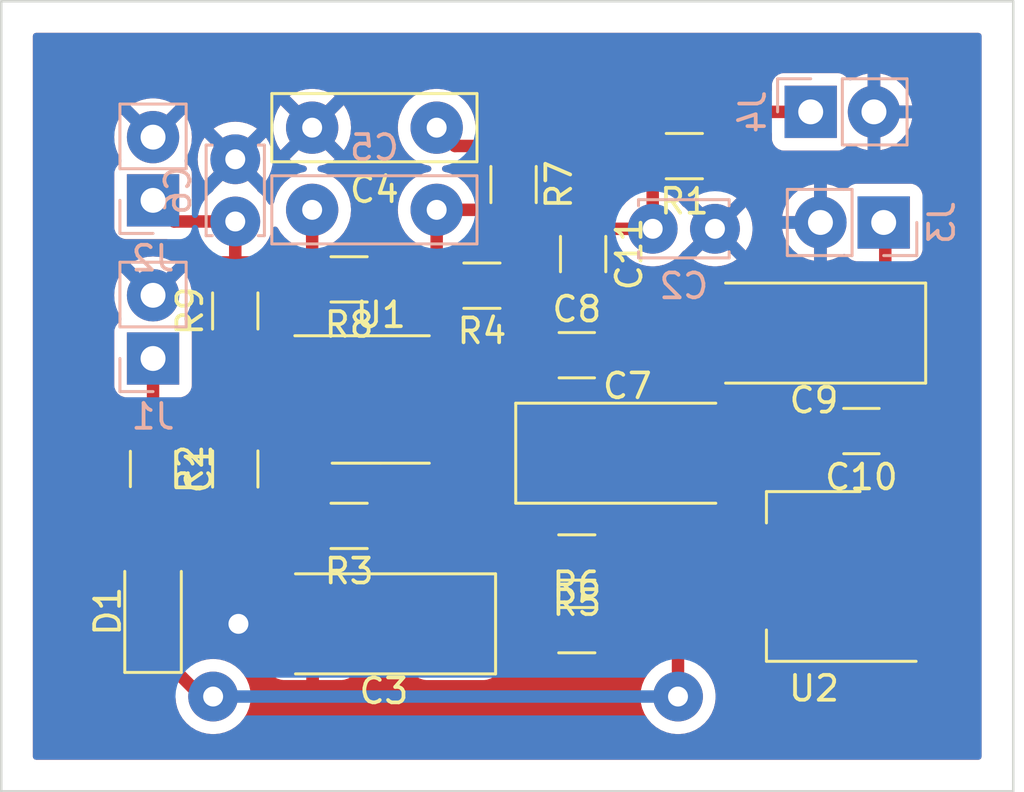
<source format=kicad_pcb>
(kicad_pcb (version 20211014) (generator pcbnew)
  (layers (0 "F.Cu" signal) (31 "B.Cu" signal) (34 "B.Paste" user) (35 "F.Paste" user) (36 "B.SilkS" user "B.Silkscreen") (37 "F.SilkS" user "F.Silkscreen") (38 "B.Mask" user) (39 "F.Mask" user) (44 "Edge.Cuts" user))
  (net 0 "")
  (net 1 "Net-(C1-Pad1)")
  (net 2 "Net-(C1-Pad2)")
  (net 3 "Net-(C2-Pad1)")
  (net 4 "GND")
  (net 5 "Net-(C3-Pad1)")
  (net 6 "Net-(C4-Pad1)")
  (net 7 "Net-(C5-Pad1)")
  (net 8 "Net-(C5-Pad2)")
  (net 9 "/A_OUT")
  (net 10 "+3V3")
  (net 11 "Net-(D1-Pad2)")
  (net 12 "Net-(C10-Pad1)")
  (net 13 "/MIDDLE")
  (net 14 "/COMP")
  (net 15 "Net-(R4-Pad1)")
  (footprint "Resistor_SMD:R_1206_3216Metric_Pad1.30x1.75mm_HandSolder" (layer "F.Cu") (at 142.494 54.483)
    (fp_text reference "R6" (at 0 -1.82) (layer "F.SilkS"))
    (fp_text value "10K")
    (fp_line (start -0.727064 -0.91) (end 0.727064 -0.91) (layer "F.SilkS") (width 0.12))
    (fp_line (start -0.727064 0.91) (end 0.727064 0.91) (layer "F.SilkS") (width 0.12))
    (pad "1" smd roundrect (at -1.55 0) (size 1.3 1.75) (layers "F.Cu" "F.Paste" "F.Mask") (roundrect_rratio 0.1923076923) (net 5 "Net-(C3-Pad1)"))
    (pad "2" smd roundrect (at 1.55 0) (size 1.3 1.75) (layers "F.Cu" "F.Paste" "F.Mask") (roundrect_rratio 0.1923076923) (net 4 "GND"))
  )
  (footprint "Capacitor_SMD:C_1206_3216Metric_Pad1.33x1.80mm_HandSolder" (layer "F.Cu") (at 142.494 43.434)
    (fp_text reference "C8" (at 0 -1.85) (layer "F.SilkS"))
    (fp_text value "0.1")
    (fp_line (start -0.711252 -0.91) (end 0.711252 -0.91) (layer "F.SilkS") (width 0.12))
    (fp_line (start -0.711252 0.91) (end 0.711252 0.91) (layer "F.SilkS") (width 0.12))
    (pad "1" smd roundrect (at -1.5625 0) (size 1.325 1.8) (layers "F.Cu" "F.Paste" "F.Mask") (roundrect_rratio 0.1886792453) (net 10 "+3V3"))
    (pad "2" smd roundrect (at 1.5625 0) (size 1.325 1.8) (layers "F.Cu" "F.Paste" "F.Mask") (roundrect_rratio 0.1886792453) (net 4 "GND"))
  )
  (footprint "Resistor_SMD:R_1206_3216Metric_Pad1.30x1.75mm_HandSolder" (layer "F.Cu") (at 139.954 36.576 -90)
    (fp_text reference "R7" (at 0 -1.82 90) (layer "F.SilkS"))
    (fp_text value "1K2")
    (fp_line (start -0.727064 0.91) (end 0.727064 0.91) (layer "F.SilkS") (width 0.12))
    (fp_line (start -0.727064 -0.91) (end 0.727064 -0.91) (layer "F.SilkS") (width 0.12))
    (pad "1" smd roundrect (at -1.55 0 270) (size 1.3 1.75) (layers "F.Cu" "F.Paste" "F.Mask") (roundrect_rratio 0.1923076923) (net 6 "Net-(C4-Pad1)"))
    (pad "2" smd roundrect (at 1.55 0 270) (size 1.3 1.75) (layers "F.Cu" "F.Paste" "F.Mask") (roundrect_rratio 0.1923076923) (net 7 "Net-(C5-Pad1)"))
  )
  (footprint "Resistor_SMD:R_1206_3216Metric_Pad1.30x1.75mm_HandSolder" (layer "F.Cu") (at 133.35 50.292 180)
    (fp_text reference "R3" (at 0 -1.82) (layer "F.SilkS"))
    (fp_text value "2K")
    (fp_line (start -0.727064 -0.91) (end 0.727064 -0.91) (layer "F.SilkS") (width 0.12))
    (fp_line (start -0.727064 0.91) (end 0.727064 0.91) (layer "F.SilkS") (width 0.12))
    (pad "1" smd roundrect (at -1.55 0 180) (size 1.3 1.75) (layers "F.Cu" "F.Paste" "F.Mask") (roundrect_rratio 0.1923076923) (net 13 "/MIDDLE"))
    (pad "2" smd roundrect (at 1.55 0 180) (size 1.3 1.75) (layers "F.Cu" "F.Paste" "F.Mask") (roundrect_rratio 0.1923076923) (net 11 "Net-(D1-Pad2)"))
  )
  (footprint "Resistor_SMD:R_1206_3216Metric_Pad1.30x1.75mm_HandSolder" (layer "F.Cu") (at 142.494 51.562 180)
    (fp_text reference "R5" (at 0 -1.82) (layer "F.SilkS"))
    (fp_text value "10K")
    (fp_line (start -0.727064 -0.91) (end 0.727064 -0.91) (layer "F.SilkS") (width 0.12))
    (fp_line (start -0.727064 0.91) (end 0.727064 0.91) (layer "F.SilkS") (width 0.12))
    (pad "1" smd roundrect (at -1.55 0 180) (size 1.3 1.75) (layers "F.Cu" "F.Paste" "F.Mask") (roundrect_rratio 0.1923076923) (net 10 "+3V3"))
    (pad "2" smd roundrect (at 1.55 0 180) (size 1.3 1.75) (layers "F.Cu" "F.Paste" "F.Mask") (roundrect_rratio 0.1923076923) (net 5 "Net-(C3-Pad1)"))
  )
  (footprint "Resistor_SMD:R_1206_3216Metric_Pad1.30x1.75mm_HandSolder" (layer "F.Cu") (at 128.778 41.656 90)
    (fp_text reference "R9" (at 0 -1.82 90) (layer "F.SilkS"))
    (fp_text value "2K")
    (fp_line (start -0.727064 0.91) (end 0.727064 0.91) (layer "F.SilkS") (width 0.12))
    (fp_line (start -0.727064 -0.91) (end 0.727064 -0.91) (layer "F.SilkS") (width 0.12))
    (pad "1" smd roundrect (at -1.55 0 90) (size 1.3 1.75) (layers "F.Cu" "F.Paste" "F.Mask") (roundrect_rratio 0.1923076923) (net 8 "Net-(C5-Pad2)"))
    (pad "2" smd roundrect (at 1.55 0 90) (size 1.3 1.75) (layers "F.Cu" "F.Paste" "F.Mask") (roundrect_rratio 0.1923076923) (net 9 "/A_OUT"))
  )
  (footprint "Diode_SMD:D_1206_3216Metric_Pad1.42x1.75mm_HandSolder" (layer "F.Cu") (at 125.476 53.721 90)
    (fp_text reference "D1" (at 0 -1.82 90) (layer "F.SilkS"))
    (fp_text value "LL4148")
    (fp_line (start -2.46 1.135) (end 1.6 1.135) (layer "F.SilkS") (width 0.12))
    (fp_line (start -2.46 -1.135) (end -2.46 1.135) (layer "F.SilkS") (width 0.12))
    (fp_line (start 1.6 -1.135) (end -2.46 -1.135) (layer "F.SilkS") (width 0.12))
    (pad "1" smd roundrect (at -1.4875 0 90) (size 1.425 1.75) (layers "F.Cu" "F.Paste" "F.Mask") (roundrect_rratio 0.1754392982) (net 10 "+3V3"))
    (pad "2" smd roundrect (at 1.4875 0 90) (size 1.425 1.75) (layers "F.Cu" "F.Paste" "F.Mask") (roundrect_rratio 0.1754392982) (net 11 "Net-(D1-Pad2)"))
  )
  (footprint "Capacitor_Tantalum_SMD:CP_EIA-7132-20_AVX-U_Pad2.72x3.50mm_HandSolder" (layer "F.Cu") (at 144.526 47.371)
    (fp_text reference "C7" (at 0 -2.7) (layer "F.SilkS"))
    (fp_text value "10.0")
    (fp_line (start -4.485 -2.01) (end -4.485 2.01) (layer "F.SilkS") (width 0.12))
    (fp_line (start 3.55 -2.01) (end -4.485 -2.01) (layer "F.SilkS") (width 0.12))
    (fp_line (start -4.485 2.01) (end 3.55 2.01) (layer "F.SilkS") (width 0.12))
    (pad "1" smd roundrect (at -2.8625 0) (size 2.725 3.5) (layers "F.Cu" "F.Paste" "F.Mask") (roundrect_rratio 0.09174311927) (net 10 "+3V3"))
    (pad "2" smd roundrect (at 2.8625 0) (size 2.725 3.5) (layers "F.Cu" "F.Paste" "F.Mask") (roundrect_rratio 0.09174311927) (net 4 "GND"))
  )
  (footprint "Capacitor_SMD:C_1206_3216Metric_Pad1.33x1.80mm_HandSolder" (layer "F.Cu") (at 153.924 46.482 180)
    (fp_text reference "C10" (at 0 -1.85) (layer "F.SilkS"))
    (fp_text value "0.1")
    (fp_line (start -0.711252 0.91) (end 0.711252 0.91) (layer "F.SilkS") (width 0.12))
    (fp_line (start -0.711252 -0.91) (end 0.711252 -0.91) (layer "F.SilkS") (width 0.12))
    (pad "1" smd roundrect (at -1.5625 0 180) (size 1.325 1.8) (layers "F.Cu" "F.Paste" "F.Mask") (roundrect_rratio 0.1886792453) (net 12 "Net-(C10-Pad1)"))
    (pad "2" smd roundrect (at 1.5625 0 180) (size 1.325 1.8) (layers "F.Cu" "F.Paste" "F.Mask") (roundrect_rratio 0.1886792453) (net 4 "GND"))
  )
  (footprint "Capacitor_Tantalum_SMD:CP_EIA-7132-20_AVX-U_Pad2.72x3.50mm_HandSolder" (layer "F.Cu") (at 152.019 42.545 180)
    (fp_text reference "C9" (at 0 -2.7) (layer "F.SilkS"))
    (fp_text value "10.0")
    (fp_line (start -4.485 2.01) (end 3.55 2.01) (layer "F.SilkS") (width 0.12))
    (fp_line (start 3.55 -2.01) (end -4.485 -2.01) (layer "F.SilkS") (width 0.12))
    (fp_line (start -4.485 -2.01) (end -4.485 2.01) (layer "F.SilkS") (width 0.12))
    (pad "1" smd roundrect (at -2.8625 0 180) (size 2.725 3.5) (layers "F.Cu" "F.Paste" "F.Mask") (roundrect_rratio 0.09174311927) (net 12 "Net-(C10-Pad1)"))
    (pad "2" smd roundrect (at 2.8625 0 180) (size 2.725 3.5) (layers "F.Cu" "F.Paste" "F.Mask") (roundrect_rratio 0.09174311927) (net 4 "GND"))
  )
  (footprint "Capacitor_THT:C_Disc_D8.0mm_W2.5mm_P5.00mm" (layer "F.Cu") (at 136.866 34.29 180)
    (fp_text reference "C4" (at 2.5 -2.5) (layer "F.SilkS"))
    (fp_text value "33n")
    (fp_line (start -1.62 -1.37) (end 6.62 -1.37) (layer "F.SilkS") (width 0.12))
    (fp_line (start 6.62 -1.37) (end 6.62 1.37) (layer "F.SilkS") (width 0.12))
    (fp_line (start -1.62 1.37) (end 6.62 1.37) (layer "F.SilkS") (width 0.12))
    (fp_line (start -1.62 -1.37) (end -1.62 1.37) (layer "F.SilkS") (width 0.12))
    (pad "1" thru_hole circle (at 0 0 180) (size 2.1 2.1) (drill 0.8) (layers *.Cu *.Mask) (net 6 "Net-(C4-Pad1)"))
    (pad "2" thru_hole circle (at 5 0 180) (size 2.1 2.1) (drill 0.8) (layers *.Cu *.Mask) (net 4 "GND"))
  )
  (footprint "Capacitor_Tantalum_SMD:CP_EIA-7132-28_AVX-C_Pad2.72x3.50mm_HandSolder" (layer "F.Cu") (at 134.747 54.229 180)
    (fp_text reference "C3" (at 0 -2.7) (layer "F.SilkS"))
    (fp_text value "10.0")
    (fp_line (start -4.485 2.01) (end 3.55 2.01) (layer "F.SilkS") (width 0.12))
    (fp_line (start 3.55 -2.01) (end -4.485 -2.01) (layer "F.SilkS") (width 0.12))
    (fp_line (start -4.485 -2.01) (end -4.485 2.01) (layer "F.SilkS") (width 0.12))
    (pad "1" smd roundrect (at -2.8625 0 180) (size 2.725 3.5) (layers "F.Cu" "F.Paste" "F.Mask") (roundrect_rratio 0.09174311927) (net 5 "Net-(C3-Pad1)"))
    (pad "2" smd roundrect (at 2.8625 0 180) (size 2.725 3.5) (layers "F.Cu" "F.Paste" "F.Mask") (roundrect_rratio 0.09174311927) (net 4 "GND"))
  )
  (footprint "Capacitor_SMD:C_1206_3216Metric_Pad1.33x1.80mm_HandSolder" (layer "F.Cu") (at 142.748 39.37 -90)
    (fp_text reference "C11" (at 0 -1.85 90) (layer "F.SilkS"))
    (fp_text value "0.1")
    (fp_line (start -0.711252 -0.91) (end 0.711252 -0.91) (layer "F.SilkS") (width 0.12))
    (fp_line (start -0.711252 0.91) (end 0.711252 0.91) (layer "F.SilkS") (width 0.12))
    (pad "1" smd roundrect (at -1.5625 0 270) (size 1.325 1.8) (layers "F.Cu" "F.Paste" "F.Mask") (roundrect_rratio 0.1886792453) (net 3 "Net-(C2-Pad1)"))
    (pad "2" smd roundrect (at 1.5625 0 270) (size 1.325 1.8) (layers "F.Cu" "F.Paste" "F.Mask") (roundrect_rratio 0.1886792453) (net 15 "Net-(R4-Pad1)"))
  )
  (footprint "Resistor_SMD:R_1206_3216Metric_Pad1.30x1.75mm_HandSolder" (layer "F.Cu") (at 128.778 48.006 90)
    (fp_text reference "R2" (at 0 -1.82 90) (layer "F.SilkS"))
    (fp_text value "100")
    (fp_line (start -0.727064 -0.91) (end 0.727064 -0.91) (layer "F.SilkS") (width 0.12))
    (fp_line (start -0.727064 0.91) (end 0.727064 0.91) (layer "F.SilkS") (width 0.12))
    (pad "1" smd roundrect (at -1.55 0 90) (size 1.3 1.75) (layers "F.Cu" "F.Paste" "F.Mask") (roundrect_rratio 0.1923076923) (net 2 "Net-(C1-Pad2)"))
    (pad "2" smd roundrect (at 1.55 0 90) (size 1.3 1.75) (layers "F.Cu" "F.Paste" "F.Mask") (roundrect_rratio 0.1923076923) (net 11 "Net-(D1-Pad2)"))
  )
  (footprint "Package_SO:SOIC-8_3.9x4.9mm_P1.27mm" (layer "F.Cu") (at 134.62 45.212)
    (fp_text reference "U1" (at 0 -3.4) (layer "F.SilkS"))
    (fp_text value "MCP6022")
    (fp_line (start 0 2.56) (end 1.95 2.56) (layer "F.SilkS") (width 0.12))
    (fp_line (start 0 2.56) (end -1.95 2.56) (layer "F.SilkS") (width 0.12))
    (fp_line (start 0 -2.56) (end 1.95 -2.56) (layer "F.SilkS") (width 0.12))
    (fp_line (start 0 -2.56) (end -3.45 -2.56) (layer "F.SilkS") (width 0.12))
    (pad "1" smd roundrect (at -2.475 -1.905) (size 1.95 0.6) (layers "F.Cu" "F.Paste" "F.Mask") (net 8 "Net-(C5-Pad2)"))
    (pad "2" smd roundrect (at -2.475 -0.635) (size 1.95 0.6) (layers "F.Cu" "F.Paste" "F.Mask") (net 7 "Net-(C5-Pad1)"))
    (pad "3" smd roundrect (at -2.475 0.635) (size 1.95 0.6) (layers "F.Cu" "F.Paste" "F.Mask") (net 11 "Net-(D1-Pad2)"))
    (pad "4" smd roundrect (at -2.475 1.905) (size 1.95 0.6) (layers "F.Cu" "F.Paste" "F.Mask") (net 4 "GND"))
    (pad "5" smd roundrect (at 2.475 1.905) (size 1.95 0.6) (layers "F.Cu" "F.Paste" "F.Mask") (net 5 "Net-(C3-Pad1)"))
    (pad "6" smd roundrect (at 2.475 0.635) (size 1.95 0.6) (layers "F.Cu" "F.Paste" "F.Mask") (net 13 "/MIDDLE"))
    (pad "7" smd roundrect (at 2.475 -0.635) (size 1.95 0.6) (layers "F.Cu" "F.Paste" "F.Mask") (net 13 "/MIDDLE"))
    (pad "8" smd roundrect (at 2.475 -1.905) (size 1.95 0.6) (layers "F.Cu" "F.Paste" "F.Mask") (net 10 "+3V3"))
  )
  (footprint "Resistor_SMD:R_1206_3216Metric_Pad1.30x1.75mm_HandSolder" (layer "F.Cu") (at 133.35 40.386 180)
    (fp_text reference "R8" (at 0 -1.82) (layer "F.SilkS"))
    (fp_text value "100K")
    (fp_line (start -0.727064 0.91) (end 0.727064 0.91) (layer "F.SilkS") (width 0.12))
    (fp_line (start -0.727064 -0.91) (end 0.727064 -0.91) (layer "F.SilkS") (width 0.12))
    (pad "1" smd roundrect (at -1.55 0 180) (size 1.3 1.75) (layers "F.Cu" "F.Paste" "F.Mask") (roundrect_rratio 0.1923076923) (net 7 "Net-(C5-Pad1)"))
    (pad "2" smd roundrect (at 1.55 0 180) (size 1.3 1.75) (layers "F.Cu" "F.Paste" "F.Mask") (roundrect_rratio 0.1923076923) (net 8 "Net-(C5-Pad2)"))
  )
  (footprint "Resistor_SMD:R_1206_3216Metric_Pad1.30x1.75mm_HandSolder" (layer "F.Cu") (at 138.684 40.64 180)
    (fp_text reference "R4" (at 0 -1.82) (layer "F.SilkS"))
    (fp_text value "100K")
    (fp_line (start -0.727064 0.91) (end 0.727064 0.91) (layer "F.SilkS") (width 0.12))
    (fp_line (start -0.727064 -0.91) (end 0.727064 -0.91) (layer "F.SilkS") (width 0.12))
    (pad "1" smd roundrect (at -1.55 0 180) (size 1.3 1.75) (layers "F.Cu" "F.Paste" "F.Mask") (roundrect_rratio 0.1923076923) (net 15 "Net-(R4-Pad1)"))
    (pad "2" smd roundrect (at 1.55 0 180) (size 1.3 1.75) (layers "F.Cu" "F.Paste" "F.Mask") (roundrect_rratio 0.1923076923) (net 7 "Net-(C5-Pad1)"))
  )
  (footprint "Package_TO_SOT_SMD:SOT-223-3_TabPin2" (layer "F.Cu") (at 152.019 52.324 180)
    (fp_text reference "U2" (at 0 -4.5) (layer "F.SilkS"))
    (fp_text value "LD1117S33TR_SOT223")
    (fp_line (start -4.1 -3.41) (end 1.91 -3.41) (layer "F.SilkS") (width 0.12))
    (fp_line (start 1.91 -3.41) (end 1.91 -2.15) (layer "F.SilkS") (width 0.12))
    (fp_line (start -1.85 3.41) (end 1.91 3.41) (layer "F.SilkS") (width 0.12))
    (fp_line (start 1.91 3.41) (end 1.91 2.15) (layer "F.SilkS") (width 0.12))
    (pad "1" smd rect (at -3.15 -2.3 180) (size 2 1.5) (layers "F.Cu" "F.Paste" "F.Mask") (net 4 "GND"))
    (pad "2" smd rect (at 3.15 0 180) (size 2 3.8) (layers "F.Cu" "F.Paste" "F.Mask") (net 10 "+3V3"))
    (pad "2" smd rect (at -3.15 0 180) (size 2 1.5) (layers "F.Cu" "F.Paste" "F.Mask") (net 10 "+3V3"))
    (pad "3" smd rect (at -3.15 2.3 180) (size 2 1.5) (layers "F.Cu" "F.Paste" "F.Mask") (net 12 "Net-(C10-Pad1)"))
  )
  (footprint "Resistor_SMD:R_1206_3216Metric_Pad1.30x1.75mm_HandSolder" (layer "F.Cu") (at 146.812 35.433 180)
    (fp_text reference "R1" (at 0 -1.82) (layer "F.SilkS"))
    (fp_text value "2K")
    (fp_line (start -0.727064 -0.91) (end 0.727064 -0.91) (layer "F.SilkS") (width 0.12))
    (fp_line (start -0.727064 0.91) (end 0.727064 0.91) (layer "F.SilkS") (width 0.12))
    (pad "1" smd roundrect (at -1.55 0 180) (size 1.3 1.75) (layers "F.Cu" "F.Paste" "F.Mask") (roundrect_rratio 0.1923076923) (net 14 "/COMP"))
    (pad "2" smd roundrect (at 1.55 0 180) (size 1.3 1.75) (layers "F.Cu" "F.Paste" "F.Mask") (roundrect_rratio 0.1923076923) (net 3 "Net-(C2-Pad1)"))
  )
  (footprint "Capacitor_SMD:C_1206_3216Metric_Pad1.33x1.80mm_HandSolder" (layer "F.Cu") (at 125.476 48.006 -90)
    (fp_text reference "C1" (at 0 -1.85 90) (layer "F.SilkS"))
    (fp_text value "0.1")
    (fp_line (start -0.711252 -0.91) (end 0.711252 -0.91) (layer "F.SilkS") (width 0.12))
    (fp_line (start -0.711252 0.91) (end 0.711252 0.91) (layer "F.SilkS") (width 0.12))
    (pad "1" smd roundrect (at -1.5625 0 270) (size 1.325 1.8) (layers "F.Cu" "F.Paste" "F.Mask") (roundrect_rratio 0.1886792453) (net 1 "Net-(C1-Pad1)"))
    (pad "2" smd roundrect (at 1.5625 0 270) (size 1.325 1.8) (layers "F.Cu" "F.Paste" "F.Mask") (roundrect_rratio 0.1886792453) (net 2 "Net-(C1-Pad2)"))
  )
  (footprint "Connector_PinHeader_2.54mm:PinHeader_1x02_P2.54mm_Vertical" (layer "B.Cu") (at 151.887 33.655 -90)
    (fp_text reference "J4" (at 0 2.33 90) (layer "B.SilkS") (effects (justify mirror)))
    (fp_text value "LEVEL_IN")
    (fp_line (start 1.33 -1.27) (end 1.33 -3.87) (layer "B.SilkS") (width 0.12))
    (fp_line (start -1.33 -1.27) (end 1.33 -1.27) (layer "B.SilkS") (width 0.12))
    (fp_line (start -1.33 -3.87) (end 1.33 -3.87) (layer "B.SilkS") (width 0.12))
    (fp_line (start -1.33 -1.27) (end -1.33 -3.87) (layer "B.SilkS") (width 0.12))
    (fp_line (start -1.33 0) (end -1.33 1.33) (layer "B.SilkS") (width 0.12))
    (fp_line (start -1.33 1.33) (end 0 1.33) (layer "B.SilkS") (width 0.12))
    (pad "1" thru_hole rect (at 0 0 270) (size 2.1 2.1) (drill 1) (layers *.Cu *.Mask) (net 14 "/COMP"))
    (pad "2" thru_hole oval (at 0 -2.54 270) (size 2.1 2.1) (drill 1) (layers *.Cu *.Mask) (net 4 "GND"))
  )
  (footprint "Connector_PinHeader_2.54mm:PinHeader_1x02_P2.54mm_Vertical" (layer "B.Cu") (at 125.476 43.566)
    (fp_text reference "J1" (at 0 2.33) (layer "B.SilkS") (effects (justify mirror)))
    (fp_text value "RX_IN")
    (fp_line (start -1.33 -1.27) (end -1.33 -3.87) (layer "B.SilkS") (width 0.12))
    (fp_line (start -1.33 1.33) (end 0 1.33) (layer "B.SilkS") (width 0.12))
    (fp_line (start 1.33 -1.27) (end 1.33 -3.87) (layer "B.SilkS") (width 0.12))
    (fp_line (start -1.33 -3.87) (end 1.33 -3.87) (layer "B.SilkS") (width 0.12))
    (fp_line (start -1.33 0) (end -1.33 1.33) (layer "B.SilkS") (width 0.12))
    (fp_line (start -1.33 -1.27) (end 1.33 -1.27) (layer "B.SilkS") (width 0.12))
    (pad "1" thru_hole rect (at 0 0) (size 2.1 2.1) (drill 1) (layers *.Cu *.Mask) (net 1 "Net-(C1-Pad1)"))
    (pad "2" thru_hole circle (at 0 -2.54) (size 2.1 2.1) (drill 1) (layers *.Cu *.Mask) (net 4 "GND"))
  )
  (footprint "Connector_PinHeader_2.54mm:PinHeader_1x02_P2.54mm_Vertical" (layer "B.Cu") (at 125.476 37.211)
    (fp_text reference "J2" (at 0 2.33) (layer "B.SilkS") (effects (justify mirror)))
    (fp_text value "AMP_OUT")
    (fp_line (start -1.33 0) (end -1.33 1.33) (layer "B.SilkS") (width 0.12))
    (fp_line (start -1.33 -1.27) (end 1.33 -1.27) (layer "B.SilkS") (width 0.12))
    (fp_line (start -1.33 -1.27) (end -1.33 -3.87) (layer "B.SilkS") (width 0.12))
    (fp_line (start 1.33 -1.27) (end 1.33 -3.87) (layer "B.SilkS") (width 0.12))
    (fp_line (start -1.33 -3.87) (end 1.33 -3.87) (layer "B.SilkS") (width 0.12))
    (fp_line (start -1.33 1.33) (end 0 1.33) (layer "B.SilkS") (width 0.12))
    (pad "1" thru_hole rect (at 0 0) (size 2.1 2.1) (drill 1) (layers *.Cu *.Mask) (net 9 "/A_OUT"))
    (pad "2" thru_hole circle (at 0 -2.54) (size 2.1 2.1) (drill 1) (layers *.Cu *.Mask) (net 4 "GND"))
  )
  (footprint "Connector_PinHeader_2.54mm:PinHeader_1x02_P2.54mm_Vertical" (layer "B.Cu") (at 154.818 38.1 90)
    (fp_text reference "J3" (at 0 2.33 90) (layer "B.SilkS") (effects (justify mirror)))
    (fp_text value "PWR")
    (fp_line (start -1.33 -3.87) (end 1.33 -3.87) (layer "B.SilkS") (width 0.12))
    (fp_line (start 1.33 -1.27) (end 1.33 -3.87) (layer "B.SilkS") (width 0.12))
    (fp_line (start -1.33 0) (end -1.33 1.33) (layer "B.SilkS") (width 0.12))
    (fp_line (start -1.33 -1.27) (end 1.33 -1.27) (layer "B.SilkS") (width 0.12))
    (fp_line (start -1.33 -1.27) (end -1.33 -3.87) (layer "B.SilkS") (width 0.12))
    (fp_line (start -1.33 1.33) (end 0 1.33) (layer "B.SilkS") (width 0.12))
    (pad "1" thru_hole rect (at 0 0 90) (size 2.1 2.1) (drill 1) (layers *.Cu *.Mask) (net 12 "Net-(C10-Pad1)"))
    (pad "2" thru_hole oval (at 0 -2.54 90) (size 2.1 2.1) (drill 1) (layers *.Cu *.Mask) (net 4 "GND"))
  )
  (footprint "Capacitor_THT:C_Disc_D8.0mm_W2.5mm_P5.00mm" (layer "B.Cu") (at 136.866 37.592 180)
    (fp_text reference "C5" (at 2.5 2.5) (layer "B.SilkS") (effects (justify mirror)))
    (fp_text value "22")
    (fp_line (start -1.62 -1.37) (end 6.62 -1.37) (layer "B.SilkS") (width 0.12))
    (fp_line (start -1.62 1.37) (end 6.62 1.37) (layer "B.SilkS") (width 0.12))
    (fp_line (start -1.62 1.37) (end -1.62 -1.37) (layer "B.SilkS") (width 0.12))
    (fp_line (start 6.62 1.37) (end 6.62 -1.37) (layer "B.SilkS") (width 0.12))
    (pad "1" thru_hole circle (at 0 0 180) (size 2.1 2.1) (drill 0.8) (layers *.Cu *.Mask) (net 7 "Net-(C5-Pad1)"))
    (pad "2" thru_hole circle (at 5 0 180) (size 2.1 2.1) (drill 0.8) (layers *.Cu *.Mask) (net 8 "Net-(C5-Pad2)"))
  )
  (footprint "Capacitor_THT:C_Disc_D3.4mm_W2.1mm_P2.50mm" (layer "B.Cu") (at 128.778 35.56 -90)
    (fp_text reference "C6" (at 1.25 2.3 90) (layer "B.SilkS") (effects (justify mirror)))
    (fp_text value "4700")
    (fp_line (start 3.07 1.17) (end 3.07 0.925) (layer "B.SilkS") (width 0.12))
    (fp_line (start -0.57 -0.925) (end -0.57 -1.17) (layer "B.SilkS") (width 0.12))
    (fp_line (start -0.57 1.17) (end -0.57 0.925) (layer "B.SilkS") (width 0.12))
    (fp_line (start -0.57 -1.17) (end 3.07 -1.17) (layer "B.SilkS") (width 0.12))
    (fp_line (start 3.07 -0.925) (end 3.07 -1.17) (layer "B.SilkS") (width 0.12))
    (fp_line (start -0.57 1.17) (end 3.07 1.17) (layer "B.SilkS") (width 0.12))
    (pad "1" thru_hole circle (at 0 0 270) (size 2 2) (drill 0.8) (layers *.Cu *.Mask) (net 4 "GND"))
    (pad "2" thru_hole circle (at 2.5 0 270) (size 2 2) (drill 0.8) (layers *.Cu *.Mask) (net 9 "/A_OUT"))
  )
  (footprint "Capacitor_THT:C_Disc_D3.4mm_W2.1mm_P2.50mm" (layer "B.Cu") (at 145.542 38.354)
    (fp_text reference "C2" (at 1.25 2.3) (layer "B.SilkS") (effects (justify mirror)))
    (fp_text value "6800")
    (fp_line (start -0.57 1.17) (end -0.57 0.925) (layer "B.SilkS") (width 0.12))
    (fp_line (start 3.07 1.17) (end 3.07 0.925) (layer "B.SilkS") (width 0.12))
    (fp_line (start -0.57 -1.17) (end 3.07 -1.17) (layer "B.SilkS") (width 0.12))
    (fp_line (start -0.57 1.17) (end 3.07 1.17) (layer "B.SilkS") (width 0.12))
    (fp_line (start -0.57 -0.925) (end -0.57 -1.17) (layer "B.SilkS") (width 0.12))
    (fp_line (start 3.07 -0.925) (end 3.07 -1.17) (layer "B.SilkS") (width 0.12))
    (pad "1" thru_hole circle (at 0 0) (size 2 2) (drill 0.8) (layers *.Cu *.Mask) (net 3 "Net-(C2-Pad1)"))
    (pad "2" thru_hole circle (at 2.5 0) (size 2 2) (drill 0.8) (layers *.Cu *.Mask) (net 4 "GND"))
  )
  (gr_rect (start 119.38 29.21) (end 160.02 60.96) (layer "Edge.Cuts") (width 0.1) (fill none))
  (segment (start 125.476 46.4435) (end 125.476 43.566) (width 0.5) (layer "F.Cu") (net 1))
  (segment (start 125.4885 49.556) (end 125.476 49.5685) (width 0.5) (layer "F.Cu") (net 2))
  (segment (start 128.778 49.556) (end 125.4885 49.556) (width 0.5) (layer "F.Cu") (net 2))
  (segment (start 145.542 38.354) (end 143.2945 38.354) (width 0.5) (layer "F.Cu") (net 3))
  (segment (start 143.2945 38.354) (end 142.748 37.8075) (width 0.5) (layer "F.Cu") (net 3))
  (segment (start 145.542 35.713) (end 145.262 35.433) (width 0.5) (layer "F.Cu") (net 3))
  (segment (start 145.2495 35.4455) (end 145.262 35.433) (width 0.5) (layer "F.Cu") (net 3))
  (segment (start 145.542 38.354) (end 145.542 35.713) (width 0.5) (layer "F.Cu") (net 3))
  (segment (start 131.8845 54.229) (end 128.905 54.229) (width 0.5) (layer "F.Cu") (net 4))
  (segment (start 133.35 52.7635) (end 131.8845 54.229) (width 0.5) (layer "F.Cu") (net 4))
  (segment (start 132.715 47.117) (end 133.35 47.752) (width 0.5) (layer "F.Cu") (net 4))
  (segment (start 133.35 47.752) (end 133.35 52.7635) (width 0.5) (layer "F.Cu") (net 4))
  (segment (start 132.145 47.117) (end 132.715 47.117) (width 0.5) (layer "F.Cu") (net 4))
  (via (at 128.905 54.229) (size 2) (drill 0.8) (layers "F.Cu" "B.Cu") (net 4))
  (segment (start 138.43 48.452) (end 138.43 50.546) (width 0.5) (layer "F.Cu") (net 5))
  (segment (start 139.446 51.562) (end 140.944 51.562) (width 0.5) (layer "F.Cu") (net 5))
  (segment (start 137.095 47.117) (end 138.43 48.452) (width 0.5) (layer "F.Cu") (net 5))
  (segment (start 138.43 50.546) (end 139.446 51.562) (width 0.5) (layer "F.Cu") (net 5))
  (segment (start 139.446 51.562) (end 137.6095 53.3985) (width 0.5) (layer "F.Cu") (net 5))
  (segment (start 137.6095 53.3985) (end 137.6095 54.229) (width 0.5) (layer "F.Cu") (net 5))
  (segment (start 140.944 51.562) (end 140.944 54.483) (width 0.5) (layer "F.Cu") (net 5))
  (segment (start 139.954 35.026) (end 137.602 35.026) (width 0.5) (layer "F.Cu") (net 6))
  (segment (start 137.602 35.026) (end 136.866 34.29) (width 0.5) (layer "F.Cu") (net 6))
  (segment (start 133.985 44.577) (end 134.9 43.662) (width 0.5) (layer "F.Cu") (net 7))
  (segment (start 132.145 44.577) (end 133.985 44.577) (width 0.5) (layer "F.Cu") (net 7))
  (segment (start 134.9 40.386) (end 136.88 40.386) (width 0.5) (layer "F.Cu") (net 7))
  (segment (start 136.866 40.372) (end 137.134 40.64) (width 0.5) (layer "F.Cu") (net 7))
  (segment (start 136.866 37.592) (end 139.42 37.592) (width 0.5) (layer "F.Cu") (net 7))
  (segment (start 136.866 37.592) (end 136.866 40.372) (width 0.5) (layer "F.Cu") (net 7))
  (segment (start 136.88 40.386) (end 137.134 40.64) (width 0.5) (layer "F.Cu") (net 7))
  (segment (start 134.9 43.662) (end 134.9 40.386) (width 0.5) (layer "F.Cu") (net 7))
  (segment (start 139.42 37.592) (end 139.954 38.126) (width 0.5) (layer "F.Cu") (net 7))
  (segment (start 131.866 40.32) (end 131.8 40.386) (width 0.5) (layer "F.Cu") (net 8))
  (segment (start 132.145 43.307) (end 128.879 43.307) (width 0.5) (layer "F.Cu") (net 8))
  (segment (start 131.866 37.592) (end 131.866 40.32) (width 0.5) (layer "F.Cu") (net 8))
  (segment (start 132.145 43.307) (end 132.145 40.731) (width 0.5) (layer "F.Cu") (net 8))
  (segment (start 128.879 43.307) (end 128.778 43.206) (width 0.5) (layer "F.Cu") (net 8))
  (segment (start 132.145 40.731) (end 131.8 40.386) (width 0.5) (layer "F.Cu") (net 8))
  (segment (start 128.778 40.106) (end 128.778 38.06) (width 0.5) (layer "F.Cu") (net 9))
  (segment (start 128.778 38.06) (end 126.325 38.06) (width 0.5) (layer "F.Cu") (net 9))
  (segment (start 126.325 38.06) (end 125.476 37.211) (width 0.5) (layer "F.Cu") (net 9))
  (segment (start 137.095 43.307) (end 140.8045 43.307) (width 0.5) (layer "F.Cu") (net 10))
  (segment (start 146.558 57.15) (end 146.558 52.451) (width 0.5) (layer "F.Cu") (net 10))
  (segment (start 140.8045 43.307) (end 140.9315 43.434) (width 0.5) (layer "F.Cu") (net 10))
  (segment (start 148.869 52.324) (end 146.431 52.324) (width 0.5) (layer "F.Cu") (net 10))
  (segment (start 144.044 47.905) (end 143.51 47.371) (width 0.5) (layer "F.Cu") (net 10))
  (segment (start 125.476 55.2085) (end 125.5665 55.2085) (width 0.5) (layer "F.Cu") (net 10))
  (segment (start 146.431 52.324) (end 144.806 52.324) (width 0.5) (layer "F.Cu") (net 10))
  (segment (start 146.558 52.451) (end 146.431 52.324) (width 0.5) (layer "F.Cu") (net 10))
  (segment (start 155.169 52.324) (end 148.869 52.324) (width 0.5) (layer "F.Cu") (net 10))
  (segment (start 141.6635 44.166) (end 140.9315 43.434) (width 0.5) (layer "F.Cu") (net 10))
  (segment (start 144.044 51.562) (end 144.044 47.905) (width 0.5) (layer "F.Cu") (net 10))
  (segment (start 141.6635 47.371) (end 141.6635 44.166) (width 0.5) (layer "F.Cu") (net 10))
  (segment (start 127.4175 57.15) (end 125.476 55.2085) (width 0.5) (layer "F.Cu") (net 10))
  (segment (start 144.806 52.324) (end 144.044 51.562) (width 0.5) (layer "F.Cu") (net 10))
  (segment (start 127.889 57.15) (end 127.4175 57.15) (width 0.5) (layer "F.Cu") (net 10))
  (segment (start 143.51 47.371) (end 141.6635 47.371) (width 0.5) (layer "F.Cu") (net 10))
  (via (at 127.889 57.15) (size 2) (drill 0.8) (layers "F.Cu" "B.Cu") (net 10))
  (via (at 146.558 57.15) (size 2) (drill 0.8) (layers "F.Cu" "B.Cu") (net 10))
  (segment (start 146.558 57.15) (end 127.889 57.15) (width 0.5) (layer "B.Cu") (net 10))
  (segment (start 129.387 45.847) (end 128.778 46.456) (width 0.5) (layer "F.Cu") (net 11))
  (segment (start 131.8 50.292) (end 131.8 49.478) (width 0.5) (layer "F.Cu") (net 11))
  (segment (start 126.4015 51.308) (end 125.476 52.2335) (width 0.5) (layer "F.Cu") (net 11))
  (segment (start 130.683 51.308) (end 126.4015 51.308) (width 0.5) (layer "F.Cu") (net 11))
  (segment (start 132.145 45.847) (end 129.387 45.847) (width 0.5) (layer "F.Cu") (net 11))
  (segment (start 131.699 50.292) (end 130.683 51.308) (width 0.5) (layer "F.Cu") (net 11))
  (segment (start 131.8 50.292) (end 131.699 50.292) (width 0.5) (layer "F.Cu") (net 11))
  (segment (start 131.8 49.478) (end 128.778 46.456) (width 0.5) (layer "F.Cu") (net 11))
  (segment (start 154.8815 38.1635) (end 154.818 38.1) (width 0.5) (layer "F.Cu") (net 12))
  (segment (start 155.169 46.7995) (end 155.4865 46.482) (width 0.5) (layer "F.Cu") (net 12))
  (segment (start 155.4865 43.15) (end 154.8815 42.545) (width 0.5) (layer "F.Cu") (net 12))
  (segment (start 155.169 50.024) (end 155.169 46.7995) (width 0.5) (layer "F.Cu") (net 12))
  (segment (start 154.8815 42.545) (end 154.8815 38.1635) (width 0.5) (layer "F.Cu") (net 12))
  (segment (start 155.4865 46.482) (end 155.4865 43.15) (width 0.5) (layer "F.Cu") (net 12))
  (segment (start 135.255 46.101) (end 135.509 45.847) (width 0.5) (layer "F.Cu") (net 13))
  (segment (start 137.095 44.577) (end 137.095 45.847) (width 0.5) (layer "F.Cu") (net 13))
  (segment (start 135.509 45.847) (end 137.095 45.847) (width 0.5) (layer "F.Cu") (net 13))
  (segment (start 134.9 49.631) (end 135.255 49.276) (width 0.5) (layer "F.Cu") (net 13))
  (segment (start 135.255 49.276) (end 135.255 46.101) (width 0.5) (layer "F.Cu") (net 13))
  (segment (start 134.9 50.292) (end 134.9 49.631) (width 0.5) (layer "F.Cu") (net 13))
  (segment (start 148.362 35.026) (end 149.733 33.655) (width 0.5) (layer "F.Cu") (net 14))
  (segment (start 149.733 33.655) (end 151.887 33.655) (width 0.5) (layer "F.Cu") (net 14))
  (segment (start 148.362 35.433) (end 148.362 35.026) (width 0.5) (layer "F.Cu") (net 14))
  (segment (start 142.4555 40.64) (end 142.748 40.9325) (width 0.5) (layer "F.Cu") (net 15))
  (segment (start 140.234 40.64) (end 142.4555 40.64) (width 0.5) (layer "F.Cu") (net 15))
  (zone (net 4) (net_name "GND") (layer "F.Cu") (connect_pads (clearance 0.508)) (min_thickness 0.254) (fill yes (thermal_gap 0.508) (thermal_bridge_width 0.508))
    (polygon (pts (xy 158.75 30.48) (xy 158.75 59.69) (xy 120.65 59.69) (xy 120.65 30.48)))
  )
  (zone (net 4) (net_name "GND") (layer "B.Cu") (connect_pads (clearance 0.508)) (min_thickness 0.254) (fill yes (thermal_gap 0.508) (thermal_bridge_width 0.508))
    (polygon (pts (xy 158.75 59.69) (xy 120.65 59.69) (xy 120.65 30.48) (xy 158.75 30.48)))
  )
)
</source>
